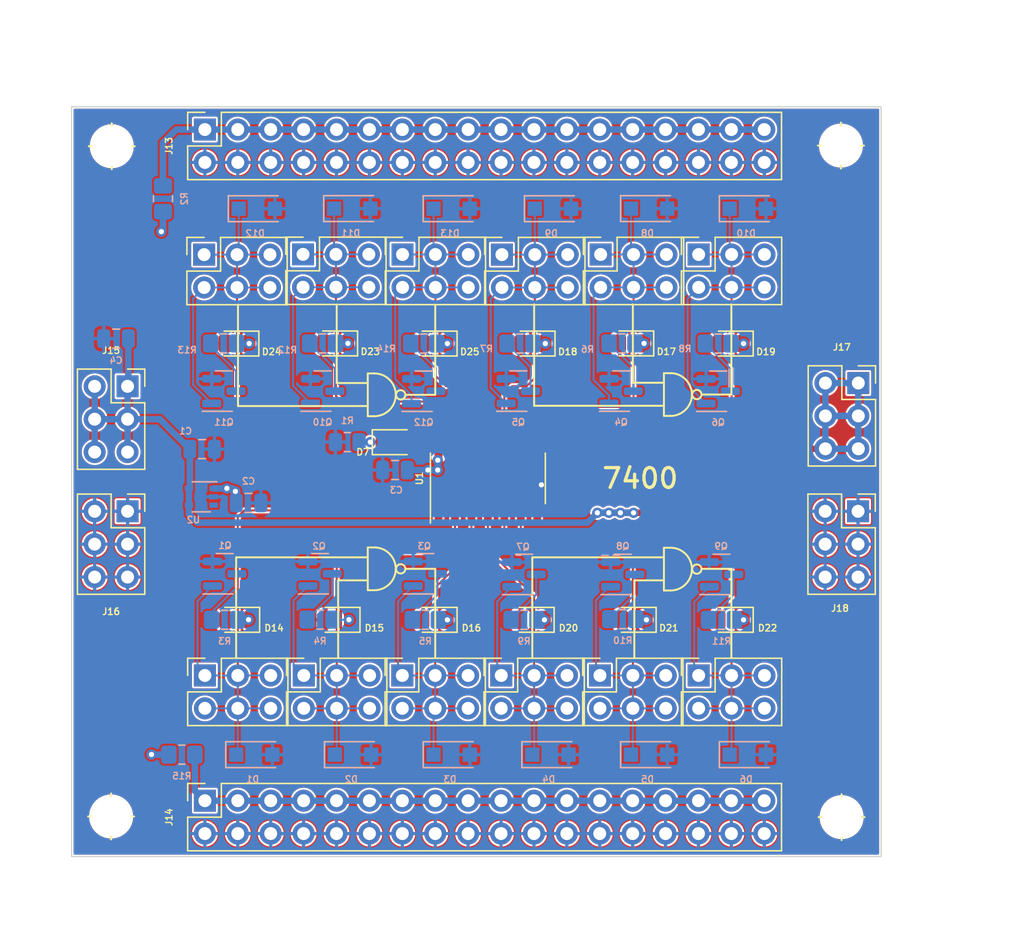
<source format=kicad_pcb>
(kicad_pcb (version 20211014) (generator pcbnew)
  (layers (0 "F.Cu" signal) (31 "B.Cu" signal) (34 "B.Paste" user) (35 "F.Paste" user) (36 "B.SilkS" user "B.Silkscreen") (37 "F.SilkS" user "F.Silkscreen") (38 "B.Mask" user) (39 "F.Mask" user) (44 "Edge.Cuts" user))
  (net 0 "")
  (net 1 "VDD_IN")
  (net 2 "GND")
  (net 3 "VDD")
  (net 4 "A1")
  (net 5 "B1")
  (net 6 "C1")
  (net 7 "A2")
  (net 8 "B2")
  (net 9 "C2")
  (net 10 "Net-(D7-Pad1)")
  (net 11 "A3")
  (net 12 "B3")
  (net 13 "C3")
  (net 14 "A4")
  (net 15 "B4")
  (net 16 "C4")
  (net 17 "Net-(D14-Pad1)")
  (net 18 "Net-(D15-Pad1)")
  (net 19 "Net-(D16-Pad1)")
  (net 20 "Net-(D17-Pad1)")
  (net 21 "Net-(D18-Pad1)")
  (net 22 "Net-(D19-Pad1)")
  (net 23 "Net-(D20-Pad1)")
  (net 24 "Net-(D21-Pad1)")
  (net 25 "Net-(D22-Pad1)")
  (net 26 "Net-(D23-Pad1)")
  (net 27 "Net-(D24-Pad1)")
  (net 28 "Net-(D25-Pad1)")
  (net 29 "Net-(J13-Pad1)")
  (net 30 "Net-(J14-Pad1)")
  (net 31 "Net-(Q1-Pad3)")
  (net 32 "Net-(Q2-Pad3)")
  (net 33 "Net-(Q3-Pad3)")
  (net 34 "Net-(Q4-Pad3)")
  (net 35 "Net-(Q5-Pad3)")
  (net 36 "Net-(Q6-Pad3)")
  (net 37 "Net-(Q7-Pad3)")
  (net 38 "Net-(Q8-Pad3)")
  (net 39 "Net-(Q9-Pad3)")
  (net 40 "Net-(Q10-Pad3)")
  (net 41 "Net-(Q11-Pad3)")
  (net 42 "Net-(Q12-Pad3)")
  (footprint "Package_SO:SO-14_3.9x8.65mm_P1.27mm" (layer "F.Cu") (at 75.243 73.29 90)
    (fp_text reference "U1")
    (fp_text value "7400")
  )
  (footprint "LED_SMD:LED_0805_2012Metric" (layer "F.Cu") (at 71.179 84.212 180)
    (fp_text reference "D16")
    (fp_text value "LED_Small")
  )
  (footprint "LED_SMD:LED_0805_2012Metric" (layer "F.Cu") (at 63.5 62.865 180)
    (fp_text reference "D23")
    (fp_text value "LED_Small")
  )
  (footprint "LED_SMD:LED_0805_2012Metric" (layer "F.Cu") (at 68.004 70.496)
    (fp_text reference "D7")
    (fp_text value "LED_Small")
  )
  (footprint "LED_SMD:LED_0805_2012Metric" (layer "F.Cu") (at 71.179 62.876 180)
    (fp_text reference "D25")
    (fp_text value "LED_Small")
  )
  (footprint "Connector_PinSocket_2.54mm:PinSocket_2x03_P2.54mm_Vertical" (layer "F.Cu") (at 91.514011 88.51001 90)
    (fp_text reference "J6" hide)
    (fp_text value "Conn_02x03_Odd_Even")
  )
  (footprint "LED_SMD:LED_0805_2012Metric" (layer "F.Cu") (at 94.039 62.876 180)
    (fp_text reference "D19")
    (fp_text value "LED_Small")
  )
  (footprint "mylib:hole_3mm" (layer "F.Cu") (at 46.2108 47.636)
    (fp_text reference "")
    (fp_text value "hole_3mm")
  )
  (footprint "LED_SMD:LED_0805_2012Metric" (layer "F.Cu") (at 63.686 84.212 180)
    (fp_text reference "D15")
    (fp_text value "LED_Small")
  )
  (footprint "Connector_PinSocket_2.54mm:PinSocket_2x03_P2.54mm_Vertical" (layer "F.Cu") (at 103.83799 65.924)
    (fp_text reference "J17")
    (fp_text value "Conn_02x03_Odd_Even")
  )
  (footprint "Connector_PinSocket_2.54mm:PinSocket_2x03_P2.54mm_Vertical" (layer "F.Cu") (at 76.327 56.007 90)
    (fp_text reference "J8" hide)
    (fp_text value "Conn_02x03_Odd_Even")
  )
  (footprint "Connector_PinSocket_2.54mm:PinSocket_2x03_P2.54mm_Vertical" (layer "F.Cu") (at 103.818 75.83)
    (fp_text reference "J18")
    (fp_text value "Conn_02x03_Odd_Even")
  )
  (footprint "Connector_PinSocket_2.54mm:PinSocket_2x03_P2.54mm_Vertical" (layer "F.Cu") (at 47.43 66.178)
    (fp_text reference "J15")
    (fp_text value "Conn_02x03_Odd_Even")
  )
  (footprint "LED_SMD:LED_0805_2012Metric" (layer "F.Cu") (at 78.74 62.876 180)
    (fp_text reference "D18")
    (fp_text value "LED_Small")
  )
  (footprint "LED_SMD:LED_0805_2012Metric" (layer "F.Cu") (at 78.672 84.212 180)
    (fp_text reference "D20")
    (fp_text value "LED_Small")
  )
  (footprint "Connector_PinSocket_2.54mm:PinSocket_2x03_P2.54mm_Vertical" (layer "F.Cu") (at 68.654011 55.99801 90)
    (fp_text reference "J12" hide)
    (fp_text value "Conn_02x03_Odd_Even")
  )
  (footprint "LED_SMD:LED_0805_2012Metric" (layer "F.Cu") (at 94.039 84.212 180)
    (fp_text reference "D22")
    (fp_text value "LED_Small")
  )
  (footprint "Connector_PinSocket_2.54mm:PinSocket_2x03_P2.54mm_Vertical" (layer "F.Cu") (at 60.975 55.987 90)
    (fp_text reference "J10" hide)
    (fp_text value "Conn_02x03_Odd_Even")
  )
  (footprint "Connector_PinSocket_2.54mm:PinSocket_2x03_P2.54mm_Vertical" (layer "F.Cu") (at 83.894011 88.51001 90)
    (fp_text reference "J5" hide)
    (fp_text value "Conn_02x03_Odd_Even")
  )
  (footprint "Connector_PinSocket_2.54mm:PinSocket_2x03_P2.54mm_Vertical" (layer "F.Cu") (at 53.399 88.51001 90)
    (fp_text reference "J1" hide)
    (fp_text value "Conn_02x03_Odd_Even")
  )
  (footprint "Connector_PinSocket_2.54mm:PinSocket_2x18_P2.54mm_Vertical" (layer "F.Cu") (at 53.399 46.34601 90)
    (fp_text reference "J13")
    (fp_text value "Conn_02x18_Odd_Even")
  )
  (footprint "Connector_PinSocket_2.54mm:PinSocket_2x03_P2.54mm_Vertical" (layer "F.Cu") (at 76.274011 88.51001 90)
    (fp_text reference "J4" hide)
    (fp_text value "Conn_02x03_Odd_Even")
  )
  (footprint "mylib:hole_3mm" (layer "F.Cu") (at 102.548 99.452)
    (fp_text reference "")
    (fp_text value "hole_3mm")
  )
  (footprint "LED_SMD:LED_0805_2012Metric" (layer "F.Cu") (at 86.36 62.865 180)
    (fp_text reference "D17")
    (fp_text value "LED_Small")
  )
  (footprint "mylib:hole_3mm" (layer "F.Cu") (at 102.4972 47.5852)
    (fp_text reference "")
    (fp_text value "hole_3mm")
  )
  (footprint "Connector_PinSocket_2.54mm:PinSocket_2x03_P2.54mm_Vertical" (layer "F.Cu") (at 91.514011 55.99801 90)
    (fp_text reference "J9" hide)
    (fp_text value "Conn_02x03_Odd_Even")
  )
  (footprint "LED_SMD:LED_0805_2012Metric" (layer "F.Cu") (at 86.546 84.212 180)
    (fp_text reference "D21")
    (fp_text value "LED_Small")
  )
  (footprint "mylib:hole_3mm" (layer "F.Cu") (at 46.16 99.4012)
    (fp_text reference "")
    (fp_text value "hole_3mm")
  )
  (footprint "Connector_PinSocket_2.54mm:PinSocket_2x03_P2.54mm_Vertical" (layer "F.Cu") (at 47.43 75.83)
    (fp_text reference "J16")
    (fp_text value "Conn_02x03_Odd_Even")
  )
  (footprint "LED_SMD:LED_0805_2012Metric" (layer "F.Cu") (at 55.88 62.876 180)
    (fp_text reference "D24")
    (fp_text value "LED_Small")
  )
  (footprint "Connector_PinSocket_2.54mm:PinSocket_2x03_P2.54mm_Vertical" (layer "F.Cu") (at 61.034011 88.51001 90)
    (fp_text reference "J2" hide)
    (fp_text value "Conn_02x03_Odd_Even")
  )
  (footprint "Connector_PinSocket_2.54mm:PinSocket_2x03_P2.54mm_Vertical" (layer "F.Cu") (at 68.639 88.51001 90)
    (fp_text reference "J3" hide)
    (fp_text value "Conn_02x03_Odd_Even")
  )
  (footprint "Connector_PinSocket_2.54mm:PinSocket_2x03_P2.54mm_Vertical" (layer "F.Cu") (at 83.947 55.99801 90)
    (fp_text reference "J7" hide)
    (fp_text value "Conn_02x03_Odd_Even")
  )
  (footprint "Connector_PinSocket_2.54mm:PinSocket_2x03_P2.54mm_Vertical" (layer "F.Cu") (at 53.34 56.007 90)
    (fp_text reference "J11" hide)
    (fp_text value "Conn_02x03_Odd_Even")
  )
  (footprint "LED_SMD:LED_0805_2012Metric" (layer "F.Cu") (at 55.939 84.212 180)
    (fp_text reference "D14")
    (fp_text value "LED_Small")
  )
  (footprint "Connector_PinSocket_2.54mm:PinSocket_2x18_P2.54mm_Vertical" (layer "F.Cu") (at 53.399 98.182 90)
    (fp_text reference "J14")
    (fp_text value "Conn_02x18_Odd_Even")
  )
  (footprint "Diode_SMD:D_SOD-123F" (layer "B.Cu") (at 80.264 52.462)
    (fp_text reference "D9")
    (fp_text value "TVSS_0")
  )
  (footprint "Package_TO_SOT_SMD:SOT-23" (layer "B.Cu") (at 78.037 80.7068)
    (fp_text reference "Q7")
    (fp_text value "2N7002")
  )
  (footprint "Capacitor_SMD:C_0805_2012Metric" (layer "B.Cu") (at 68.072 72.644 180)
    (fp_text reference "C3")
    (fp_text value "100nF")
  )
  (footprint "Resistor_SMD:R_0805_2012Metric_Pad1.20x1.40mm_HandSolder" (layer "B.Cu") (at 62.289 84.196)
    (fp_text reference "R4")
    (fp_text value "1k")
  )
  (footprint "Resistor_SMD:R_0805_2012Metric_Pad1.20x1.40mm_HandSolder" (layer "B.Cu") (at 70.29 62.876)
    (fp_text reference "R14")
    (fp_text value "1k")
  )
  (footprint "Diode_SMD:D_SOD-123F" (layer "B.Cu") (at 72.449 52.462)
    (fp_text reference "D13")
    (fp_text value "TVSS_0")
  )
  (footprint "Package_TO_SOT_SMD:SOT-353_SC-70-5" (layer "B.Cu") (at 53.1196 74.7124 180)
    (fp_text reference "U2")
    (fp_text value "FM5881A")
  )
  (footprint "Package_TO_SOT_SMD:SOT-23" (layer "B.Cu") (at 93.277 80.7068)
    (fp_text reference "Q9")
    (fp_text value "2N7002")
  )
  (footprint "Diode_SMD:D_SOD-123F" (layer "B.Cu") (at 57.404 52.462)
    (fp_text reference "D12")
    (fp_text value "TVSS_0")
  )
  (footprint "Resistor_SMD:R_0805_2012Metric_Pad1.20x1.40mm_HandSolder" (layer "B.Cu") (at 93.023 62.876)
    (fp_text reference "R8")
    (fp_text value "1k")
  )
  (footprint "Diode_SMD:D_SOD-123F" (layer "B.Cu") (at 87.689 94.626)
    (fp_text reference "D5")
    (fp_text value "TVSS_0")
  )
  (footprint "Package_TO_SOT_SMD:SOT-23" (layer "B.Cu") (at 70.29 66.559)
    (fp_text reference "Q12")
    (fp_text value "2N7002")
  )
  (footprint "Resistor_SMD:R_0805_2012Metric" (layer "B.Cu") (at 64.389 70.485 180)
    (fp_text reference "R1")
    (fp_text value "1k")
  )
  (footprint "Resistor_SMD:R_0805_2012Metric_Pad1.20x1.40mm_HandSolder" (layer "B.Cu") (at 78.037 84.212)
    (fp_text reference "R9")
    (fp_text value "1k")
  )
  (footprint "Resistor_SMD:R_0805_2012Metric_Pad1.20x1.40mm_HandSolder" (layer "B.Cu") (at 77.724 62.876)
    (fp_text reference "R7")
    (fp_text value "1k")
  )
  (footprint "Diode_SMD:D_SOD-123F" (layer "B.Cu") (at 80.069 94.626)
    (fp_text reference "D4")
    (fp_text value "TVSS_0")
  )
  (footprint "Resistor_SMD:R_0805_2012Metric_Pad1.20x1.40mm_HandSolder" (layer "B.Cu") (at 51.621 94.626)
    (fp_text reference "R15")
    (fp_text value "100")
  )
  (footprint "Resistor_SMD:R_0805_2012Metric_Pad1.20x1.40mm_HandSolder" (layer "B.Cu") (at 70.417 84.212)
    (fp_text reference "R5")
    (fp_text value "1k")
  )
  (footprint "Diode_SMD:D_SOD-123F" (layer "B.Cu") (at 95.309 52.462)
    (fp_text reference "D10")
    (fp_text value "TVSS_0")
  )
  (footprint "Package_TO_SOT_SMD:SOT-23" (layer "B.Cu") (at 77.597 66.548)
    (fp_text reference "Q5")
    (fp_text value "2N7002")
  )
  (footprint "Diode_SMD:D_SOD-123F" (layer "B.Cu") (at 72.449 94.626)
    (fp_text reference "D3")
    (fp_text value "TVSS_0")
  )
  (footprint "Resistor_SMD:R_0805_2012Metric_Pad1.20x1.40mm_HandSolder" (layer "B.Cu") (at 54.923 84.212)
    (fp_text reference "R3")
    (fp_text value "1k")
  )
  (footprint "Capacitor_SMD:C_0805_2012Metric" (layer "B.Cu") (at 46.541 62.495)
    (fp_text reference "C4")
    (fp_text value "10uF")
  )
  (footprint "Package_TO_SOT_SMD:SOT-23" (layer "B.Cu") (at 54.923 80.656)
    (fp_text reference "Q1")
    (fp_text value "2N7002")
  )
  (footprint "Package_TO_SOT_SMD:SOT-23" (layer "B.Cu") (at 62.289 80.656)
    (fp_text reference "Q2")
    (fp_text value "2N7002")
  )
  (footprint "Diode_SMD:D_SOD-123F" (layer "B.Cu") (at 87.689 52.451)
    (fp_text reference "D8")
    (fp_text value "TVSS_0")
  )
  (footprint "Resistor_SMD:R_0805_2012Metric_Pad1.20x1.40mm_HandSolder" (layer "B.Cu") (at 93.277 84.212)
    (fp_text reference "R11")
    (fp_text value "1k")
  )
  (footprint "Package_TO_SOT_SMD:SOT-23" (layer "B.Cu") (at 85.53 66.548)
    (fp_text reference "Q4")
    (fp_text value "2N7002")
  )
  (footprint "Package_TO_SOT_SMD:SOT-23" (layer "B.Cu") (at 85.657 80.7068)
    (fp_text reference "Q8")
    (fp_text value "2N7002")
  )
  (footprint "Diode_SMD:D_SOD-123F" (layer "B.Cu") (at 64.829 94.626)
    (fp_text reference "D2")
    (fp_text value "TVSS_0")
  )
  (footprint "Diode_SMD:D_SOD-123F" (layer "B.Cu") (at 64.77 52.451)
    (fp_text reference "D11")
    (fp_text value "TVSS_0")
  )
  (footprint "Resistor_SMD:R_0805_2012Metric_Pad1.20x1.40mm_HandSolder" (layer "B.Cu") (at 62.484 62.865)
    (fp_text reference "R12")
    (fp_text value "1k")
  )
  (footprint "Package_TO_SOT_SMD:SOT-23" (layer "B.Cu") (at 54.864 66.548)
    (fp_text reference "Q11")
    (fp_text value "2N7002")
  )
  (footprint "Capacitor_SMD:C_0805_2012Metric" (layer "B.Cu") (at 56.769 75.184 180)
    (fp_text reference "C2")
    (fp_text value "10uF")
  )
  (footprint "Resistor_SMD:R_0805_2012Metric_Pad1.20x1.40mm_HandSolder" (layer "B.Cu") (at 50.165 51.689 90)
    (fp_text reference "R2")
    (fp_text value "100")
  )
  (footprint "Diode_SMD:D_SOD-123F" (layer "B.Cu") (at 95.309 94.626)
    (fp_text reference "D6")
    (fp_text value "TVSS_0")
  )
  (footprint "Resistor_SMD:R_0805_2012Metric_Pad1.20x1.40mm_HandSolder" (layer "B.Cu") (at 85.598 62.865)
    (fp_text reference "R6")
    (fp_text value "1k")
  )
  (footprint "Package_TO_SOT_SMD:SOT-23" (layer "B.Cu") (at 70.417 80.656)
    (fp_text reference "Q3")
    (fp_text value "2N7002")
  )
  (footprint "Package_TO_SOT_SMD:SOT-23" (layer "B.Cu") (at 93.023 66.559)
    (fp_text reference "Q6")
    (fp_text value "2N7002")
  )
  (footprint "Capacitor_SMD:C_0805_2012Metric" (layer "B.Cu") (at 53.1856 71.0294)
    (fp_text reference "C1")
    (fp_text value "100nF")
  )
  (footprint "Resistor_SMD:R_0805_2012Metric_Pad1.20x1.40mm_HandSolder" (layer "B.Cu") (at 54.848 62.865)
    (fp_text reference "R13")
    (fp_text value "1k")
  )
  (footprint "Resistor_SMD:R_0805_2012Metric_Pad1.20x1.40mm_HandSolder" (layer "B.Cu") (at 85.657 84.1612)
    (fp_text reference "R10")
    (fp_text value "1k")
  )
  (footprint "Diode_SMD:D_SOD-123F" (layer "B.Cu") (at 57.209 94.626)
    (fp_text reference "D1")
    (fp_text value "TVSS_0")
  )
  (footprint "Package_TO_SOT_SMD:SOT-23" (layer "B.Cu") (at 62.484 66.548)
    (fp_text reference "Q10")
    (fp_text value "2N7002")
  )
  (gr_line (start 94.039 66.813) (end 94.039 59.84621) (layer "F.SilkS") (width 0.15))
  (gr_line (start 65.972 65.18379) (end 65.972 68.48579) (layer "F.SilkS") (width 0.15))
  (gr_line (start 65.972 81.926) (end 66.48 81.926) (layer "F.SilkS") (width 0.15))
  (gr_circle (center 68.512 66.83479) (end 68.766 66.58079) (layer "F.SilkS") (width 0.15) (fill none))
  (gr_arc (start 66.48 65.18379) (mid 68.131 66.83479) (end 66.48 68.48579) (layer "F.SilkS") (width 0.15))
  (gr_line (start 65.972 79.386) (end 55.812 79.386) (layer "F.SilkS") (width 0.15))
  (gr_line (start 65.972 65.18379) (end 66.48 65.18379) (layer "F.SilkS") (width 0.15))
  (gr_line (start 68.87121 80.275) (end 71.179 80.275) (layer "F.SilkS") (width 0.15))
  (gr_line (start 86.434 59.84621) (end 86.434 65.90221) (layer "F.SilkS") (width 0.15))
  (gr_line (start 63.686 81.164) (end 63.686 87.133) (layer "F.SilkS") (width 0.15))
  (gr_line (start 71.179 66.83479) (end 71.179 59.868) (layer "F.SilkS") (width 0.15))
  (gr_line (start 88.832 68.464) (end 89.34 68.464) (layer "F.SilkS") (width 0.15))
  (gr_line (start 78.672 79.386) (end 78.672 87.133) (layer "F.SilkS") (width 0.15))
  (gr_arc (start 89.34 78.64579) (mid 90.991 80.29679) (end 89.34 81.94779) (layer "F.SilkS") (width 0.15))
  (gr_arc (start 89.34 65.162) (mid 90.991 66.813) (end 89.34 68.464) (layer "F.SilkS") (width 0.15))
  (gr_line (start 88.832 65.162) (end 89.34 65.162) (layer "F.SilkS") (width 0.15))
  (gr_line (start 78.814 67.68021) (end 88.832 67.68021) (layer "F.SilkS") (width 0.15))
  (gr_line (start 88.832 78.64579) (end 88.832 81.94779) (layer "F.SilkS") (width 0.15))
  (gr_line (start 71.179 80.275) (end 71.179 87.133) (layer "F.SilkS") (width 0.15))
  (gr_line (start 68.87121 66.83479) (end 71.179 66.83479) (layer "F.SilkS") (width 0.15))
  (gr_line (start 88.832 81.164) (end 86.546 81.164) (layer "F.SilkS") (width 0.15))
  (gr_line (start 65.972 78.624) (end 66.48 78.624) (layer "F.SilkS") (width 0.15))
  (gr_line (start 86.546 81.164) (end 86.546 87.133) (layer "F.SilkS") (width 0.15))
  (gr_line (start 86.434 65.90221) (end 88.832 65.90221) (layer "F.SilkS") (width 0.15))
  (gr_line (start 88.832 65.162) (end 88.832 68.464) (layer "F.SilkS") (width 0.15))
  (gr_line (start 55.954 67.702) (end 65.972 67.702) (layer "F.SilkS") (width 0.15))
  (gr_line (start 55.812 79.386) (end 55.812 87.133) (layer "F.SilkS") (width 0.15))
  (gr_line (start 94.039 80.275) (end 94.039 87.133) (layer "F.SilkS") (width 0.15))
  (gr_arc (start 66.48 78.624) (mid 68.131 80.275) (end 66.48 81.926) (layer "F.SilkS") (width 0.15))
  (gr_line (start 88.832 79.386) (end 78.672 79.386) (layer "F.SilkS") (width 0.15))
  (gr_line (start 88.832 81.94779) (end 89.34 81.94779) (layer "F.SilkS") (width 0.15))
  (gr_circle (center 91.372 66.813) (end 91.626 66.559) (layer "F.SilkS") (width 0.15) (fill none))
  (gr_line (start 63.574 59.868) (end 63.574 65.924) (layer "F.SilkS") (width 0.15))
  (gr_line (start 55.954 59.868) (end 55.954 67.702) (layer "F.SilkS") (width 0.15))
  (gr_line (start 63.574 65.924) (end 65.972 65.924) (layer "F.SilkS") (width 0.15))
  (gr_line (start 91.73121 80.275) (end 94.039 80.275) (layer "F.SilkS") (width 0.15))
  (gr_circle (center 91.372 80.29679) (end 91.626 80.04279) (layer "F.SilkS") (width 0.15) (fill none))
  (gr_line (start 88.832 78.64579) (end 89.34 78.64579) (layer "F.SilkS") (width 0.15))
  (gr_line (start 91.73121 66.813) (end 94.039 66.813) (layer "F.SilkS") (width 0.15))
  (gr_line (start 65.972 68.48579) (end 66.48 68.48579) (layer "F.SilkS") (width 0.15))
  (gr_line (start 65.972 81.164) (end 63.686 81.164) (layer "F.SilkS") (width 0.15))
  (gr_line (start 78.814 59.84621) (end 78.814 67.68021) (layer "F.SilkS") (width 0.15))
  (gr_circle (center 68.512 80.275) (end 68.766 80.021) (layer "F.SilkS") (width 0.15) (fill none))
  (gr_line (start 65.972 78.624) (end 65.972 81.926) (layer "F.SilkS") (width 0.15))
  (gr_line (start 105.596 102.5) (end 43.112 102.5) (layer "Edge.Cuts") (width 0.1))
  (gr_line (start 105.596 44.588) (end 105.596 102.5) (layer "Edge.Cuts") (width 0.1))
  (gr_line (start 43.112 102.5) (end 43.112 44.588) (layer "Edge.Cuts") (width 0.1))
  (gr_line (start 43.112 44.588) (end 105.596 44.588) (layer "Edge.Cuts") (width 0.1))
  (gr_text "7400" (at 87.0032 73.29) (layer "F.SilkS") (effects (font (size 1.524 1.524) (thickness 0.254))))
  (segment (start 83.693 75.946) (end 84.582 75.946) (width 0.508) (layer "F.Cu") (net 1))
  (segment (start 85.471 75.946) (end 86.487 75.946) (width 0.508) (layer "F.Cu") (net 1))
  (segment (start 92.202 75.946) (end 97.144 71.004) (width 0.508) (layer "F.Cu") (net 1))
  (segment (start 97.144 71.004) (end 101.29799 71.004) (width 0.508) (layer "F.Cu") (net 1))
  (segment (start 86.487 75.946) (end 92.202 75.946) (width 0.508) (layer "F.Cu") (net 1))
  (segment (start 84.582 75.946) (end 85.471 75.946) (width 0.508) (layer "F.Cu") (net 1))
  (segment (start 47.43 66.178) (end 47.43 66.108) (width 0.508) (layer "F.Cu") (net 1))
  (via (at 84.582 75.946) (size 0.8) (drill 0.4) (layers "F.Cu" "B.Cu") (net 1))
  (via (at 83.693 75.946) (size 0.8) (drill 0.4) (layers "F.Cu" "B.Cu") (net 1))
  (via (at 85.471 75.946) (size 0.8) (drill 0.4) (layers "F.Cu" "B.Cu") (net 1))
  (via (at 86.487 75.946) (size 0.8) (drill 0.4) (layers "F.Cu" "B.Cu") (net 1))
  (segment (start 85.471 75.946) (end 86.487 75.946) (width 0.508) (layer "B.Cu") (net 1))
  (segment (start 44.89 68.718) (end 44.89 66.178) (width 0.508) (layer "B.Cu") (net 1))
  (segment (start 103.83799 71.004) (end 103.83799 68.464) (width 0.508) (layer "B.Cu") (net 1))
  (segment (start 82.931 76.708) (end 83.693 75.946) (width 0.508) (layer "B.Cu") (net 1))
  (segment (start 84.582 75.946) (end 85.471 75.946) (width 0.508) (layer "B.Cu") (net 1))
  (segment (start 101.29799 68.464) (end 103.83799 68.464) (width 0.508) (layer "B.Cu") (net 1))
  (segment (start 103.83799 65.924) (end 101.29799 65.924) (width 0.508) (layer "B.Cu") (net 1))
  (segment (start 52.1696 75.3624) (end 52.1696 76.0456) (width 0.508) (layer "B.Cu") (net 1))
  (segment (start 101.29799 65.924) (end 101.29799 68.464) (width 0.508) (layer "B.Cu") (net 1))
  (segment (start 52.1696 76.0456) (end 52.832 76.708) (width 0.508) (layer "B.Cu") (net 1))
  (segment (start 49.9242 68.718) (end 52.2356 71.0294) (width 0.508) (layer "B.Cu") (net 1))
  (segment (start 101.29799 71.004) (end 103.83799 71.004) (width 0.508) (layer "B.Cu") (net 1))
  (segment (start 47.43 68.718) (end 49.9242 68.718) (width 0.508) (layer "B.Cu") (net 1))
  (segment (start 101.29799 68.464) (end 101.29799 71.004) (width 0.508) (layer "B.Cu") (net 1))
  (segment (start 52.832 76.708) (end 82.931 76.708) (width 0.508) (layer "B.Cu") (net 1))
  (segment (start 44.89 68.718) (end 44.89 71.258) (width 0.508) (layer "B.Cu") (net 1))
  (segment (start 47.491 62.495) (end 47.491 66.117) (width 0.508) (layer "B.Cu") (net 1))
  (segment (start 47.43 68.718) (end 47.43 66.178) (width 0.508) (layer "B.Cu") (net 1))
  (segment (start 52.2356 71.0294) (end 52.2356 73.9964) (width 0.508) (layer "B.Cu") (net 1))
  (segment (start 47.43 71.258) (end 47.43 68.718) (width 0.508) (layer "B.Cu") (net 1))
  (segment (start 52.2356 73.9964) (end 52.1696 74.0624) (width 0.508) (layer "B.Cu") (net 1))
  (segment (start 103.83799 68.464) (end 103.83799 65.924) (width 0.508) (layer "B.Cu") (net 1))
  (segment (start 47.491 66.117) (end 47.43 66.178) (width 0.508) (layer "B.Cu") (net 1))
  (segment (start 47.43 68.718) (end 44.89 68.718) (width 0.508) (layer "B.Cu") (net 1))
  (segment (start 83.693 75.946) (end 84.582 75.946) (width 0.508) (layer "B.Cu") (net 1))
  (segment (start 52.1696 74.0624) (end 52.1696 75.3624) (width 0.508) (layer "B.Cu") (net 1))
  (segment (start 79.053004 75.765) (end 79.053004 74.108996) (width 0.508) (layer "F.Cu") (net 2))
  (segment (start 79.053004 74.108996) (end 79.375 73.787) (width 0.508) (layer "F.Cu") (net 2))
  (via (at 79.375 73.787) (size 0.8) (drill 0.4) (layers "F.Cu" "B.Cu") (net 2))
  (segment (start 71.374 70.874001) (end 71.433004 70.814997) (width 0.1524) (layer "F.Cu") (net 3))
  (segment (start 71.374 71.882) (end 71.374 70.874001) (width 0.508) (layer "F.Cu") (net 3))
  (via (at 71.374 71.882) (size 0.8) (drill 0.4) (layers "F.Cu" "B.Cu") (net 3))
  (via (at 50.038 54.229) (size 0.8) (drill 0.4) (layers "F.Cu" "B.Cu") (net 3))
  (via (at 55.0966 74.0624) (size 0.8) (drill 0.4) (layers "F.Cu" "B.Cu") (net 3))
  (via (at 55.753 74.295) (size 0.8) (drill 0.4) (layers "F.Cu" "B.Cu") (net 3))
  (via (at 71.374 72.644) (size 0.8) (drill 0.4) (layers "F.Cu" "B.Cu") (net 3))
  (via (at 70.612 72.644) (size 0.8) (drill 0.4) (layers "F.Cu" "B.Cu") (net 3))
  (via (at 49.276 94.615) (size 0.8) (drill 0.4) (layers "F.Cu" "B.Cu") (net 3))
  (segment (start 55.5204 74.0624) (end 55.753 74.295) (width 0.508) (layer "B.Cu") (net 3))
  (segment (start 50.621 94.626) (end 49.287 94.626) (width 0.508) (layer "B.Cu") (net 3))
  (segment (start 55.0966 74.0624) (end 55.5204 74.0624) (width 0.508) (layer "B.Cu") (net 3))
  (segment (start 49.287 94.626) (end 49.276 94.615) (width 0.508) (layer "B.Cu") (net 3))
  (segment (start 71.374 72.644) (end 71.374 71.882) (width 0.508) (layer "B.Cu") (net 3))
  (segment (start 54.0696 74.0624) (end 55.0966 74.0624) (width 0.508) (layer "B.Cu") (net 3))
  (segment (start 50.165 54.102) (end 50.038 54.229) (width 0.508) (layer "B.Cu") (net 3))
  (segment (start 55.819 74.361) (end 55.819 75.184) (width 0.508) (layer "B.Cu") (net 3))
  (segment (start 55.753 74.295) (end 55.819 74.361) (width 0.508) (layer "B.Cu") (net 3))
  (segment (start 69.022011 72.644) (end 70.612 72.644) (width 0.508) (layer "B.Cu") (net 3))
  (segment (start 70.612 72.644) (end 71.374 72.644) (width 0.508) (layer "B.Cu") (net 3))
  (segment (start 50.165 52.689) (end 50.165 54.102) (width 0.508) (layer "B.Cu") (net 3))
  (segment (start 56.431864 75.765) (end 55.939 76.257864) (width 0.1524) (layer "F.Cu") (net 4))
  (segment (start 55.939 76.257864) (end 55.939 88.51001) (width 0.1524) (layer "F.Cu") (net 4))
  (segment (start 71.433 75.765) (end 56.431864 75.765) (width 0.1524) (layer "F.Cu") (net 4))
  (segment (start 53.399 91.05001) (end 55.939 91.05001) (width 0.1524) (layer "B.Cu") (net 4))
  (segment (start 55.939 94.496) (end 55.809 94.626) (width 0.1524) (layer "B.Cu") (net 4))
  (segment (start 53.467 88.519) (end 53.47599 88.51001) (width 0.1524) (layer "B.Cu") (net 4))
  (segment (start 52.83075 87.94176) (end 52.83075 82.76075) (width 0.1524) (layer "B.Cu") (net 4))
  (segment (start 52.83075 82.76075) (end 53.9855 81.606) (width 0.1524) (layer "B.Cu") (net 4))
  (segment (start 55.939 88.51001) (end 58.479 88.51001) (width 0.1524) (layer "B.Cu") (net 4))
  (segment (start 53.399 88.51001) (end 53.45801 88.51001) (width 0.1524) (layer "B.Cu") (net 4))
  (segment (start 53.399 88.51001) (end 52.83075 87.94176) (width 0.1524) (layer "B.Cu") (net 4))
  (segment (start 53.47599 88.51001) (end 55.939 88.51001) (width 0.1524) (layer "B.Cu") (net 4))
  (segment (start 55.939 91.05001) (end 55.939 94.496) (width 0.1524) (layer "B.Cu") (net 4))
  (segment (start 55.939 88.51001) (end 55.939 91.05001) (width 0.1524) (layer "B.Cu") (net 4))
  (segment (start 55.939 91.05001) (end 58.479 91.05001) (width 0.1524) (layer "B.Cu") (net 4))
  (segment (start 53.45801 88.51001) (end 53.467 88.519) (width 0.1524) (layer "B.Cu") (net 4))
  (segment (start 72.703 75.765) (end 72.703 78.173) (width 0.1524) (layer "F.Cu") (net 5))
  (segment (start 72.703 78.173) (end 71.882 78.994) (width 0.1524) (layer "F.Cu") (net 5))
  (segment (start 63.574011 79.935989) (end 63.574011 88.51001) (width 0.1524) (layer "F.Cu") (net 5))
  (segment (start 71.882 78.994) (end 64.516 78.994) (width 0.1524) (layer "F.Cu") (net 5))
  (segment (start 64.516 78.994) (end 63.574011 79.935989) (width 0.1524) (layer "F.Cu") (net 5))
  (segment (start 63.574011 91.05001) (end 63.574011 88.51001) (width 0.1524) (layer "B.Cu") (net 5))
  (segment (start 61.034011 91.05001) (end 63.574011 91.05001) (width 0.1524) (layer "B.Cu") (net 5))
  (segment (start 63.574011 91.05001) (end 63.574011 94.480989) (width 0.1524) (layer "B.Cu") (net 5))
  (segment (start 61.034011 88.51001) (end 60.24755 87.723549) (width 0.1524) (layer "B.Cu") (net 5))
  (segment (start 60.24755 82.70995) (end 61.3515 81.606) (width 0.1524) (layer "B.Cu") (net 5))
  (segment (start 63.574011 94.480989) (end 63.429 94.626) (width 0.1524) (layer "B.Cu") (net 5))
  (segment (start 60.24755 87.723549) (end 60.24755 82.70995) (width 0.1524) (layer "B.Cu") (net 5))
  (segment (start 61.034011 88.51001) (end 63.574011 88.51001) (width 0.1524) (layer "B.Cu") (net 5))
  (segment (start 66.114011 91.05001) (end 63.574011 91.05001) (width 0.1524) (layer "B.Cu") (net 5))
  (segment (start 63.574011 88.51001) (end 66.114011 88.51001) (width 0.1524) (layer "B.Cu") (net 5))
  (segment (start 71.179 81.847) (end 71.179 88.51001) (width 0.1524) (layer "F.Cu") (net 6))
  (segment (start 73.973 78.935) (end 71.12 81.788) (width 0.1524) (layer "F.Cu") (net 6))
  (segment (start 73.973 75.765) (end 73.973 78.935) (width 0.1524) (layer "F.Cu") (net 6))
  (segment (start 71.12 81.788) (end 71.179 81.847) (width 0.1524) (layer "F.Cu") (net 6))
  (segment (start 71.179 91.05001) (end 71.179 88.51001) (width 0.1524) (layer "B.Cu") (net 6))
  (segment (start 73.719 91.05001) (end 71.179 91.05001) (width 0.1524) (layer "B.Cu") (net 6))
  (segment (start 71.049 91.18001) (end 71.179 91.05001) (width 0.1524) (layer "B.Cu") (net 6))
  (segment (start 71.179 88.51001) (end 73.719 88.51001) (width 0.1524) (layer "B.Cu") (net 6))
  (segment (start 68.309024 88.180034) (end 68.639 88.51001) (width 0.1524) (layer "B.Cu") (net 6))
  (segment (start 71.049 94.626) (end 71.049 91.18001) (width 0.1524) (layer "B.Cu") (net 6))
  (segment (start 71.179 91.05001) (end 68.639 91.05001) (width 0.1524) (layer "B.Cu") (net 6))
  (segment (start 68.309024 82.776476) (end 68.309024 88.180034) (width 0.1524) (layer "B.Cu") (net 6))
  (segment (start 69.4795 81.606) (end 68.309024 82.776476) (width 0.1524) (layer "B.Cu") (net 6))
  (segment (start 68.639 88.51001) (end 71.179 88.51001) (width 0.1524) (layer "B.Cu") (net 6))
  (segment (start 75.243 75.765) (end 75.243 78.799) (width 0.1524) (layer "F.Cu") (net 7))
  (segment (start 75.243 78.799) (end 78.814011 82.370011) (width 0.1524) (layer "F.Cu") (net 7))
  (segment (start 78.814011 82.370011) (end 78.814011 88.51001) (width 0.1524) (layer "F.Cu") (net 7))
  (segment (start 78.814011 94.480989) (end 78.669 94.626) (width 0.1524) (layer "B.Cu") (net 7))
  (segment (start 75.963277 82.793023) (end 75.963277 88.199276) (width 0.1524) (layer "B.Cu") (net 7))
  (segment (start 78.814011 91.05001) (end 78.814011 94.480989) (width 0.1524) (layer "B.Cu") (net 7))
  (segment (start 78.814011 91.05001) (end 81.354011 91.05001) (width 0.1524) (layer "B.Cu") (net 7))
  (segment (start 78.814011 88.51001) (end 78.814011 91.05001) (width 0.1524) (layer "B.Cu") (net 7))
  (segment (start 77.0995 81.6568) (end 75.963277 82.793023) (width 0.1524) (layer "B.Cu") (net 7))
  (segment (start 76.274011 88.51001) (end 78.814011 88.51001) (width 0.1524) (layer "B.Cu") (net 7))
  (segment (start 75.963277 88.199276) (end 76.274011 88.51001) (width 0.1524) (layer "B.Cu") (net 7))
  (segment (start 81.354011 88.51001) (end 78.814011 88.51001) (width 0.1524) (layer "B.Cu") (net 7))
  (segment (start 76.274011 91.05001) (end 78.814011 91.05001) (width 0.1524) (layer "B.Cu") (net 7))
  (segment (start 76.513 78.037) (end 77.500766 79.024766) (width 0.1524) (layer "F.Cu") (net 8))
  (segment (start 77.500766 79.024766) (end 85.777302 79.024766) (width 0.1524) (layer "F.Cu") (net 8))
  (segment (start 76.513 75.765) (end 76.513 78.037) (width 0.1524) (layer "F.Cu") (net 8))
  (segment (start 85.777302 79.024766) (end 86.434011 79.681475) (width 0.1524) (layer "F.Cu") (net 8))
  (segment (start 86.434011 79.681475) (end 86.434011 88.51001) (width 0.1524) (layer "F.Cu") (net 8))
  (segment (start 86.434011 94.480989) (end 86.289 94.626) (width 0.1524) (layer "B.Cu") (net 8))
  (segment (start 84.7195 81.6568) (end 84.628346 81.6568) (width 0.1524) (layer "B.Cu") (net 8))
  (segment (start 86.434011 91.05001) (end 83.894011 91.05001) (width 0.1524) (layer "B.Cu") (net 8))
  (segment (start 83.588838 88.204837) (end 83.894011 88.51001) (width 0.1524) (layer "B.Cu") (net 8))
  (segment (start 86.434011 88.51001) (end 86.434011 91.05001) (width 0.1524) (layer "B.Cu") (net 8))
  (segment (start 84.628346 81.6568) (end 83.588838 82.696308) (width 0.1524) (layer "B.Cu") (net 8))
  (segment (start 83.588838 82.696308) (end 83.588838 88.204837) (width 0.1524) (layer "B.Cu") (net 8))
  (segment (start 86.434011 91.05001) (end 86.434011 94.480989) (width 0.1524) (layer "B.Cu") (net 8))
  (segment (start 88.974011 91.05001) (end 86.434011 91.05001) (width 0.1524) (layer "B.Cu") (net 8))
  (segment (start 86.434011 88.51001) (end 88.974011 88.51001) (width 0.1524) (layer "B.Cu") (net 8))
  (segment (start 83.894011 88.51001) (end 86.434011 88.51001) (width 0.1524) (layer "B.Cu") (net 8))
  (segment (start 77.783 75.765) (end 77.783 77.275) (width 0.1524) (layer "F.Cu") (net 9))
  (segment (start 77.783 77.275) (end 78.232 77.724) (width 0.1524) (layer "F.Cu") (net 9))
  (segment (start 93.218 77.724) (end 94.054011 78.560011) (width 0.1524) (layer "F.Cu") (net 9))
  (segment (start 94.054011 78.560011) (end 94.054011 88.51001) (width 0.1524) (layer "F.Cu") (net 9))
  (segment (start 78.232 77.724) (end 93.218 77.724) (width 0.1524) (layer "F.Cu") (net 9))
  (segment (start 94.054011 91.05001) (end 94.054011 88.51001) (width 0.1524) (layer "B.Cu") (net 9))
  (segment (start 94.054011 88.51001) (end 96.594011 88.51001) (width 0.1524) (layer "B.Cu") (net 9))
  (segment (start 94.054011 91.05001) (end 91.514011 91.05001) (width 0.1524) (layer "B.Cu") (net 9))
  (segment (start 94.054011 94.480989) (end 93.909 94.626) (width 0.1524) (layer "B.Cu") (net 9))
  (segment (start 92.3395 81.6568) (end 91.16696 82.82934) (width 0.1524) (layer "B.Cu") (net 9))
  (segment (start 94.054011 91.05001) (end 94.054011 94.480989) (width 0.1524) (layer "B.Cu") (net 9))
  (segment (start 96.594011 91.05001) (end 94.054011 91.05001) (width 0.1524) (layer "B.Cu") (net 9))
  (segment (start 91.16696 88.162959) (end 91.514011 88.51001) (width 0.1524) (layer "B.Cu") (net 9))
  (segment (start 91.514011 88.51001) (end 94.054011 88.51001) (width 0.1524) (layer "B.Cu") (net 9))
  (segment (start 91.16696 82.82934) (end 91.16696 88.162959) (width 0.1524) (layer "B.Cu") (net 9))
  (segment (start 67.0555 70.485) (end 67.0665 70.496) (width 0.1524) (layer "F.Cu") (net 10))
  (segment (start 66.167 70.485) (end 67.0555 70.485) (width 0.1524) (layer "F.Cu") (net 10))
  (via (at 66.167 70.485) (size 0.8) (drill 0.4) (layers "F.Cu" "B.Cu") (net 10))
  (segment (start 65.3015 70.485) (end 66.167 70.485) (width 0.1524) (layer "B.Cu") (net 10))
  (segment (start 77.783 69.029) (end 78.74 68.072) (width 0.1524) (layer "F.Cu") (net 11))
  (segment (start 86.106 68.072) (end 86.487 67.691) (width 0.1524) (layer "F.Cu") (net 11))
  (segment (start 86.487 67.691) (end 86.487 58.53801) (width 0.1524) (layer "F.Cu") (net 11))
  (segment (start 78.74 68.072) (end 86.106 68.072) (width 0.1524) (layer "F.Cu") (net 11))
  (segment (start 77.783 70.815) (end 77.783 69.029) (width 0.1524) (layer "F.Cu") (net 11))
  (segment (start 86.487 55.99801) (end 89.027 55.99801) (width 0.1524) (layer "B.Cu") (net 11))
  (segment (start 86.487 58.53801) (end 83.947 58.53801) (width 0.1524) (layer "B.Cu") (net 11))
  (segment (start 86.487 58.53801) (end 86.487 55.99801) (width 0.1524) (layer "B.Cu") (net 11))
  (segment (start 89.027 58.53801) (end 86.487 58.53801) (width 0.1524) (layer "B.Cu") (net 11))
  (segment (start 84.5925 67.498) (end 84.5925 66.870242) (width 0.1524) (layer "B.Cu") (net 11))
  (segment (start 86.289 52.451) (end 86.289 55.80001) (width 0.1524) (layer "B.Cu") (net 11))
  (segment (start 84.5925 66.870242) (end 83.403081 65.680823) (width 0.1524) (layer "B.Cu") (net 11))
  (segment (start 83.403081 65.680823) (end 83.403081 59.081929) (width 0.1524) (layer "B.Cu") (net 11))
  (segment (start 83.403081 59.081929) (end 83.947 58.53801) (width 0.1524) (layer "B.Cu") (net 11))
  (segment (start 86.289 55.80001) (end 86.487 55.99801) (width 0.1524) (layer "B.Cu") (net 11))
  (segment (start 83.947 55.99801) (end 86.487 55.99801) (width 0.1524) (layer "B.Cu") (net 11))
  (segment (start 77.124848 66.167) (end 78.232 66.167) (width 0.1524) (layer "F.Cu") (net 12))
  (segment (start 76.513 66.778848) (end 77.124848 66.167) (width 0.1524) (layer "F.Cu") (net 12))
  (segment (start 78.232 66.167) (end 78.867 65.532) (width 0.1524) (layer "F.Cu") (net 12))
  (segment (start 78.867 65.532) (end 78.867 58.547) (width 0.1524) (layer "F.Cu") (net 12))
  (segment (start 76.513 70.815) (end 76.513 66.778848) (width 0.1524) (layer "F.Cu") (net 12))
  (segment (start 78.867 56.007) (end 81.407 56.007) (width 0.1524) (layer "B.Cu") (net 12))
  (segment (start 75.461274 66.299774) (end 75.461274 59.412726) (width 0.1524) (layer "B.Cu") (net 12))
  (segment (start 76.327 56.007) (end 78.867 56.007) (width 0.1524) (layer "B.Cu") (net 12))
  (segment (start 75.461274 59.412726) (end 76.327 58.547) (width 0.1524) (layer "B.Cu") (net 12))
  (segment (start 78.867 56.007) (end 78.867 58.547) (width 0.1524) (layer "B.Cu") (net 12))
  (segment (start 81.407 58.547) (end 78.867 58.547) (width 0.1524) (layer "B.Cu") (net 12))
  (segment (start 78.864 52.462) (end 78.864 56.004) (width 0.1524) (layer "B.Cu") (net 12))
  (segment (start 78.864 56.004) (end 78.867 56.007) (width 0.1524) (layer "B.Cu") (net 12))
  (segment (start 78.867 58.547) (end 76.327 58.547) (width 0.1524) (layer "B.Cu") (net 12))
  (segment (start 76.6595 67.498) (end 75.461274 66.299774) (width 0.1524) (layer "B.Cu") (net 12))
  (segment (start 93.015 70.815) (end 94.054011 69.775989) (width 0.1524) (layer "F.Cu") (net 13))
  (segment (start 79.053 70.815) (end 93.015 70.815) (width 0.1524) (layer "F.Cu") (net 13))
  (segment (start 94.054011 69.775989) (end 94.054011 58.53801) (width 0.1524) (layer "F.Cu") (net 13))
  (segment (start 93.909 55.852999) (end 94.054011 55.99801) (width 0.1524) (layer "B.Cu") (net 13))
  (segment (start 92.0855 67.509) (end 90.664011 66.087511) (width 0.1524) (layer "B.Cu") (net 13))
  (segment (start 96.594011 58.53801) (end 94.054011 58.53801) (width 0.1524) (layer "B.Cu") (net 13))
  (segment (start 94.054011 55.99801) (end 96.594011 55.99801) (width 0.1524) (layer "B.Cu") (net 13))
  (segment (start 90.664011 66.087511) (end 90.664011 59.38801) (width 0.1524) (layer "B.Cu") (net 13))
  (segment (start 93.909 52.462) (end 93.909 55.852999) (width 0.1524) (layer "B.Cu") (net 13))
  (segment (start 91.514011 55.99801) (end 94.054011 55.99801) (width 0.1524) (layer "B.Cu") (net 13))
  (segment (start 90.664011 59.38801) (end 91.514011 58.53801) (width 0.1524) (layer "B.Cu") (net 13))
  (segment (start 94.054011 58.53801) (end 91.514011 58.53801) (width 0.1524) (layer "B.Cu") (net 13))
  (segment (start 94.054011 55.99801) (end 94.054011 58.53801) (width 0.1524) (layer "B.Cu") (net 13))
  (segment (start 63.515 66.919976) (end 63.515 58.527) (width 0.1524) (layer "F.Cu") (net 14))
  (segment (start 63.949506 67.354482) (end 63.515 66.919976) (width 0.1524) (layer "F.Cu") (net 14))
  (segment (start 73.973 70.815) (end 73.973 67.859116) (width 0.1524) (layer "F.Cu") (net 14))
  (segment (start 73.973 67.859116) (end 73.468366 67.354482) (width 0.1524) (layer "F.Cu") (net 14))
  (segment (start 73.468366 67.354482) (end 63.949506 67.354482) (width 0.1524) (layer "F.Cu") (net 14))
  (segment (start 66.055 58.527) (end 63.515 58.527) (width 0.1524) (layer "B.Cu") (net 14))
  (segment (start 63.37 52.451) (end 63.37 55.842) (width 0.1524) (layer "B.Cu") (net 14))
  (segment (start 63.37 55.842) (end 63.515 55.987) (width 0.1524) (layer "B.Cu") (net 14))
  (segment (start 60.198 59.304) (end 60.975 58.527) (width 0.1524) (layer "B.Cu") (net 14))
  (segment (start 60.975 55.987) (end 63.515 55.987) (width 0.1524) (layer "B.Cu") (net 14))
  (segment (start 63.515 58.527) (end 63.515 55.987) (width 0.1524) (layer "B.Cu") (net 14))
  (segment (start 63.515 55.987) (end 66.055 55.987) (width 0.1524) (layer "B.Cu") (net 14))
  (segment (start 60.198 66.1495) (end 60.198 59.304) (width 0.1524) (layer "B.Cu") (net 14))
  (segment (start 61.5465 67.498) (end 60.198 66.1495) (width 0.1524) (layer "B.Cu") (net 14))
  (segment (start 63.515 58.527) (end 60.975 58.527) (width 0.1524) (layer "B.Cu") (net 14))
  (segment (start 72.703 68.766) (end 72.263 68.326) (width 0.1524) (layer "F.Cu") (net 15))
  (segment (start 72.263 68.326) (end 56.41971 68.326) (width 0.1524) (layer "F.Cu") (net 15))
  (segment (start 56.41971 68.326) (end 55.88 67.78629) (width 0.1524) (layer "F.Cu") (net 15))
  (segment (start 55.88 67.78629) (end 55.88 58.547) (width 0.1524) (layer "F.Cu") (net 15))
  (segment (start 72.703 70.815) (end 72.703 68.766) (width 0.1524) (layer "F.Cu") (net 15))
  (segment (start 53.9265 67.498) (end 52.49 66.0615) (width 0.1524) (layer "B.Cu") (net 15))
  (segment (start 55.88 56.007) (end 55.88 58.547) (width 0.1524) (layer "B.Cu") (net 15))
  (segment (start 52.49 59.397) (end 53.34 58.547) (width 0.1524) (layer "B.Cu") (net 15))
  (segment (start 52.49 66.0615) (end 52.49 59.397) (width 0.1524) (layer "B.Cu") (net 15))
  (segment (start 56.004 52.462) (end 56.004 55.883) (width 0.1524) (layer "B.Cu") (net 15))
  (segment (start 55.88 58.547) (end 53.34 58.547) (width 0.1524) (layer "B.Cu") (net 15))
  (segment (start 58.42 58.547) (end 55.88 58.547) (width 0.1524) (layer "B.Cu") (net 15))
  (segment (start 53.34 56.007) (end 55.88 56.007) (width 0.1524) (layer "B.Cu") (net 15))
  (segment (start 55.88 56.007) (end 58.42 56.007) (width 0.1524) (layer "B.Cu") (net 15))
  (segment (start 56.004 55.883) (end 55.88 56.007) (width 0.1524) (layer "B.Cu") (net 15))
  (segment (start 71.194011 65.352011) (end 71.194011 58.53801) (width 0.1524) (layer "F.Cu") (net 16))
  (segment (start 75.243 70.815) (end 75.243 66.861) (width 0.1524) (layer "F.Cu") (net 16))
  (segment (start 72.009 66.167) (end 71.194011 65.352011) (width 0.1524) (layer "F.Cu") (net 16))
  (segment (start 75.243 66.861) (end 74.549 66.167) (width 0.1524) (layer "F.Cu") (net 16))
  (segment (start 74.549 66.167) (end 72.009 66.167) (width 0.1524) (layer "F.Cu") (net 16))
  (segment (start 69.3525 66.881242) (end 68.088683 65.617425) (width 0.1524) (layer "B.Cu") (net 16))
  (segment (start 71.049 52.462) (end 71.049 55.852999) (width 0.1524) (layer "B.Cu") (net 16))
  (segment (start 68.654011 55.99801) (end 71.194011 55.99801) (width 0.1524) (layer "B.Cu") (net 16))
  (segment (start 68.654011 58.53801) (end 71.194011 58.53801) (width 0.1524) (layer "B.Cu") (net 16))
  (segment (start 68.088683 59.103338) (end 68.654011 58.53801) (width 0.1524) (layer "B.Cu") (net 16))
  (segment (start 69.3525 67.509) (end 69.3525 66.881242) (width 0.1524) (layer "B.Cu") (net 16))
  (segment (start 71.194011 55.99801) (end 73.734011 55.99801) (width 0.1524) (layer "B.Cu") (net 16))
  (segment (start 73.734011 58.53801) (end 71.194011 58.53801) (width 0.1524) (layer "B.Cu") (net 16))
  (segment (start 68.088683 65.617425) (end 68.088683 59.103338) (width 0.1524) (layer "B.Cu") (net 16))
  (segment (start 71.049 55.852999) (end 71.194011 55.99801) (width 0.1524) (layer "B.Cu") (net 16))
  (segment (start 71.194011 58.53801) (end 71.194011 55.99801) (width 0.1524) (layer "B.Cu") (net 16))
  (via (at 56.769 84.201) (size 0.8) (drill 0.4) (layers "F.Cu" "B.Cu") (net 17))
  (segment (start 55.923 84.212) (end 56.758 84.212) (width 0.1524) (layer "B.Cu") (net 17))
  (segment (start 56.758 84.212) (end 56.769 84.201) (width 0.1524) (layer "B.Cu") (net 17))
  (segment (start 64.527 84.212) (end 64.516 84.201) (width 0.1524) (layer "F.Cu") (net 18))
  (segment (start 64.6235 84.212) (end 64.527 84.212) (width 0.1524) (layer "F.Cu") (net 18))
  (via (at 64.516 84.201) (size 0.8) (drill 0.4) (layers "F.Cu" "B.Cu") (net 18))
  (segment (start 64.516 84.201) (end 63.294 84.201) (width 0.1524) (layer "B.Cu") (net 18))
  (segment (start 63.294 84.201) (end 63.289 84.196) (width 0.1524) (layer "B.Cu") (net 18))
  (via (at 72.1165 84.212) (size 0.8) (drill 0.4) (layers "F.Cu" "B.Cu") (net 19))
  (segment (start 71.417 84.212) (end 72.1165 84.212) (width 0.1524) (layer "B.Cu") (net 19))
  (via (at 87.2975 62.865) (size 0.8) (drill 0.4) (layers "F.Cu" "B.Cu") (net 20))
  (segment (start 86.598 62.865) (end 87.2975 62.865) (width 0.1524) (layer "B.Cu") (net 20))
  (via (at 79.6775 62.876) (size 0.8) (drill 0.4) (layers "F.Cu" "B.Cu") (net 21))
  (segment (start 78.724 62.876) (end 79.6775 62.876) (width 0.1524) (layer "B.Cu") (net 21))
  (via (at 94.9765 62.876) (size 0.8) (drill 0.4) (layers "F.Cu" "B.Cu") (net 22))
  (segment (start 94.023 62.876) (end 94.9765 62.876) (width 0.1524) (layer "B.Cu") (net 22))
  (via (at 79.6095 84.212) (size 0.8) (drill 0.4) (layers "F.Cu" "B.Cu") (net 23))
  (segment (start 79.037 84.212) (end 79.6095 84.212) (width 0.1524) (layer "B.Cu") (net 23))
  (via (at 87.4835 84.212) (size 0.8) (drill 0.4) (layers "F.Cu" "B.Cu") (net 24))
  (segment (start 86.657 84.1612) (end 87.4327 84.1612) (width 0.1524) (layer "B.Cu") (net 24))
  (segment (start 87.4327 84.1612) (end 87.4835 84.212) (width 0.1524) (layer "B.Cu") (net 24))
  (via (at 94.9765 84.212) (size 0.8) (drill 0.4) (layers "F.Cu" "B.Cu") (net 25))
  (segment (start 94.277 84.212) (end 94.9765 84.212) (width 0.1524) (layer "B.Cu") (net 25))
  (via (at 64.4375 62.865) (size 0.8) (drill 0.4) (layers "F.Cu" "B.Cu") (net 26))
  (segment (start 63.484 62.865) (end 64.4375 62.865) (width 0.1524) (layer "B.Cu") (net 26))
  (via (at 56.8175 62.876) (size 0.8) (drill 0.4) (layers "F.Cu" "B.Cu") (net 27))
  (segment (start 55.848 62.865) (end 56.8065 62.865) (width 0.1524) (layer "B.Cu") (net 27))
  (segment (start 56.8065 62.865) (end 56.8175 62.876) (width 0.1524) (layer "B.Cu") (net 27))
  (via (at 72.1165 62.876) (size 0.8) (drill 0.4) (layers "F.Cu" "B.Cu") (net 28))
  (segment (start 71.29 62.876) (end 72.1165 62.876) (width 0.1524) (layer "B.Cu") (net 28))
  (segment (start 61.019 46.34601) (end 63.559 46.34601) (width 0.508) (layer "B.Cu") (net 29))
  (segment (start 86.419 46.34601) (end 88.959 46.34601) (width 0.508) (layer "B.Cu") (net 29))
  (segment (start 50.165 50.689) (end 50.165 47.371) (width 0.508) (layer "B.Cu") (net 29))
  (segment (start 63.559 46.34601) (end 66.099 46.34601) (width 0.508) (layer "B.Cu") (net 29))
  (segment (start 73.719 46.34601) (end 76.259 46.34601) (width 0.508) (layer "B.Cu") (net 29))
  (segment (start 51.18999 46.34601) (end 53.399 46.34601) (width 0.508) (layer "B.Cu") (net 29))
  (segment (start 68.639 46.34601) (end 71.179 46.34601) (width 0.508) (layer "B.Cu") (net 29))
  (segment (start 78.799 46.34601) (end 81.339 46.34601) (width 0.508) (layer "B.Cu") (net 29))
  (segment (start 71.179 46.34601) (end 73.719 46.34601) (width 0.508) (layer "B.Cu") (net 29))
  (segment (start 58.479 46.34601) (end 61.019 46.34601) (width 0.508) (layer "B.Cu") (net 29))
  (segment (start 83.879 46.34601) (end 86.419 46.34601) (width 0.508) (layer "B.Cu") (net 29))
  (segment (start 94.039 46.34601) (end 96.579 46.34601) (width 0.508) (layer "B.Cu") (net 29))
  (segment (start 81.339 46.34601) (end 83.879 46.34601) (width 0.508) (layer "B.Cu") (net 29))
  (segment (start 50.165 47.371) (end 51.18999 46.34601) (width 0.508) (layer "B.Cu") (net 29))
  (segment (start 55.939 46.34601) (end 58.479 46.34601) (width 0.508) (layer "B.Cu") (net 29))
  (segment (start 88.959 46.34601) (end 91.499 46.34601) (width 0.508) (layer "B.Cu") (net 29))
  (segment (start 91.499 46.34601) (end 94.039 46.34601) (width 0.508) (layer "B.Cu") (net 29))
  (segment (start 66.099 46.34601) (end 68.639 46.34601) (width 0.508) (layer "B.Cu") (net 29))
  (segment (start 53.399 46.34601) (end 55.939 46.34601) (width 0.508) (layer "B.Cu") (net 29))
  (segment (start 76.259 46.34601) (end 78.799 46.34601) (width 0.508) (layer "B.Cu") (net 29))
  (segment (start 91.499 98.182) (end 94.039 98.182) (width 0.508) (layer "B.Cu") (net 30))
  (segment (start 58.479 98.182) (end 61.019 98.182) (width 0.508) (layer "B.Cu") (net 30))
  (segment (start 53.399 98.182) (end 55.939 98.182) (width 0.508) (layer "B.Cu") (net 30))
  (segment (start 88.959 98.182) (end 91.499 98.182) (width 0.508) (layer "B.Cu") (net 30))
  (segment (start 94.039 98.182) (end 96.579 98.182) (width 0.508) (layer "B.Cu") (net 30))
  (segment (start 52.621 94.626) (end 52.621 97.404) (width 0.508) (layer "B.Cu") (net 30))
  (segment (start 52.621 97.404) (end 53.399 98.182) (width 0.508) (layer "B.Cu") (net 30))
  (segment (start 63.559 98.182) (end 66.099 98.182) (width 0.508) (layer "B.Cu") (net 30))
  (segment (start 78.799 98.182) (end 81.339 98.182) (width 0.508) (layer "B.Cu") (net 30))
  (segment (start 83.879 98.182) (end 86.419 98.182) (width 0.508) (layer "B.Cu") (net 30))
  (segment (start 73.719 98.182) (end 76.259 98.182) (width 0.508) (layer "B.Cu") (net 30))
  (segment (start 55.939 98.182) (end 58.479 98.182) (width 0.508) (layer "B.Cu") (net 30))
  (segment (start 71.179 98.182) (end 73.719 98.182) (width 0.508) (layer "B.Cu") (net 30))
  (segment (start 86.419 98.182) (end 88.959 98.182) (width 0.508) (layer "B.Cu") (net 30))
  (segment (start 66.099 98.182) (end 68.639 98.182) (width 0.508) (layer "B.Cu") (net 30))
  (segment (start 81.339 98.182) (end 83.879 98.182) (width 0.508) (layer "B.Cu") (net 30))
  (segment (start 61.019 98.182) (end 63.559 98.182) (width 0.508) (layer "B.Cu") (net 30))
  (segment (start 68.639 98.182) (end 71.179 98.182) (width 0.508) (layer "B.Cu") (net 30))
  (segment (start 76.259 98.182) (end 78.799 98.182) (width 0.508) (layer "B.Cu") (net 30))
  (segment (start 53.923 83.618) (end 55.8605 81.6805) (width 0.1524) (layer "B.Cu") (net 31))
  (segment (start 55.8605 81.6805) (end 55.8605 80.656) (width 0.1524) (layer "B.Cu") (net 31))
  (segment (start 53.923 84.212) (end 53.923 83.618) (width 0.1524) (layer "B.Cu") (net 31))
  (segment (start 61.289 84.196) (end 63.2265 82.2585) (width 0.1524) (layer "B.Cu") (net 32))
  (segment (start 63.2265 82.2585) (end 63.2265 80.656) (width 0.1524) (layer "B.Cu") (net 32))
  (segment (start 71.3545 82.2745) (end 71.3545 80.656) (width 0.1524) (layer "B.Cu") (net 33))
  (segment (start 69.417 84.212) (end 71.3545 82.2745) (width 0.1524) (layer "B.Cu") (net 33))
  (segment (start 86.4675 64.7345) (end 84.598 62.865) (width 0.1524) (layer "B.Cu") (net 34))
  (segment (start 86.4675 66.548) (end 86.4675 64.7345) (width 0.1524) (layer "B.Cu") (net 34))
  (segment (start 78.5345 64.6865) (end 76.724 62.876) (width 0.1524) (layer "B.Cu") (net 35))
  (segment (start 78.5345 66.548) (end 78.5345 64.6865) (width 0.1524) (layer "B.Cu") (net 35))
  (segment (start 93.9605 64.8135) (end 92.023 62.876) (width 0.1524) (layer "B.Cu") (net 36))
  (segment (start 93.9605 66.559) (end 93.9605 64.8135) (width 0.1524) (layer "B.Cu") (net 36))
  (segment (start 77.037 84.212) (end 78.9745 82.2745) (width 0.1524) (layer "B.Cu") (net 37))
  (segment (start 78.9745 82.2745) (end 78.9745 80.7068) (width 0.1524) (layer "B.Cu") (net 37))
  (segment (start 84.657 84.1612) (end 86.5945 82.2237) (width 0.1524) (layer "B.Cu") (net 38))
  (segment (start 86.5945 82.2237) (end 86.5945 80.7068) (width 0.1524) (layer "B.Cu") (net 38))
  (segment (start 94.2145 82.2745) (end 92.277 84.212) (width 0.1524) (layer "B.Cu") (net 39))
  (segment (start 94.2145 80.7068) (end 94.2145 82.2745) (width 0.1524) (layer "B.Cu") (net 39))
  (segment (start 63.4215 66.548) (end 63.4215 64.8025) (width 0.1524) (layer "B.Cu") (net 40))
  (segment (start 63.4215 64.8025) (end 61.484 62.865) (width 0.1524) (layer "B.Cu") (net 40))
  (segment (start 53.848 63.048129) (end 53.848 62.865) (width 0.1524) (layer "B.Cu") (net 41))
  (segment (start 55.8015 66.548) (end 55.8015 65.001629) (width 0.1524) (layer "B.Cu") (net 41))
  (segment (start 55.8015 65.001629) (end 53.848 63.048129) (width 0.1524) (layer "B.Cu") (net 41))
  (segment (start 71.2275 64.8135) (end 69.29 62.876) (width 0.1524) (layer "B.Cu") (net 42))
  (segment (start 71.2275 66.559) (end 71.2275 64.8135) (width 0.1524) (layer "B.Cu") (net 42))
  (zone (net 3) (net_name "VDD") (layer "F.Cu") (connect_pads (clearance 0.1524)) (min_thickness 0.1524) (fill yes (thermal_gap 0.254) (thermal_bridge_width 0.254))
    (polygon (pts (xy 105.537 102.489) (xy 43.18 102.489) (xy 43.18 44.577) (xy 105.537 44.577)))
  )
  (zone (net 2) (net_name "GND") (layer "B.Cu") (connect_pads (clearance 0.1524)) (min_thickness 0.1524) (fill yes (thermal_gap 0.254) (thermal_bridge_width 0.254))
    (polygon (pts (xy 105.537 102.489) (xy 43.18 102.489) (xy 43.18 44.577) (xy 105.537 44.577)))
  )
)
</source>
